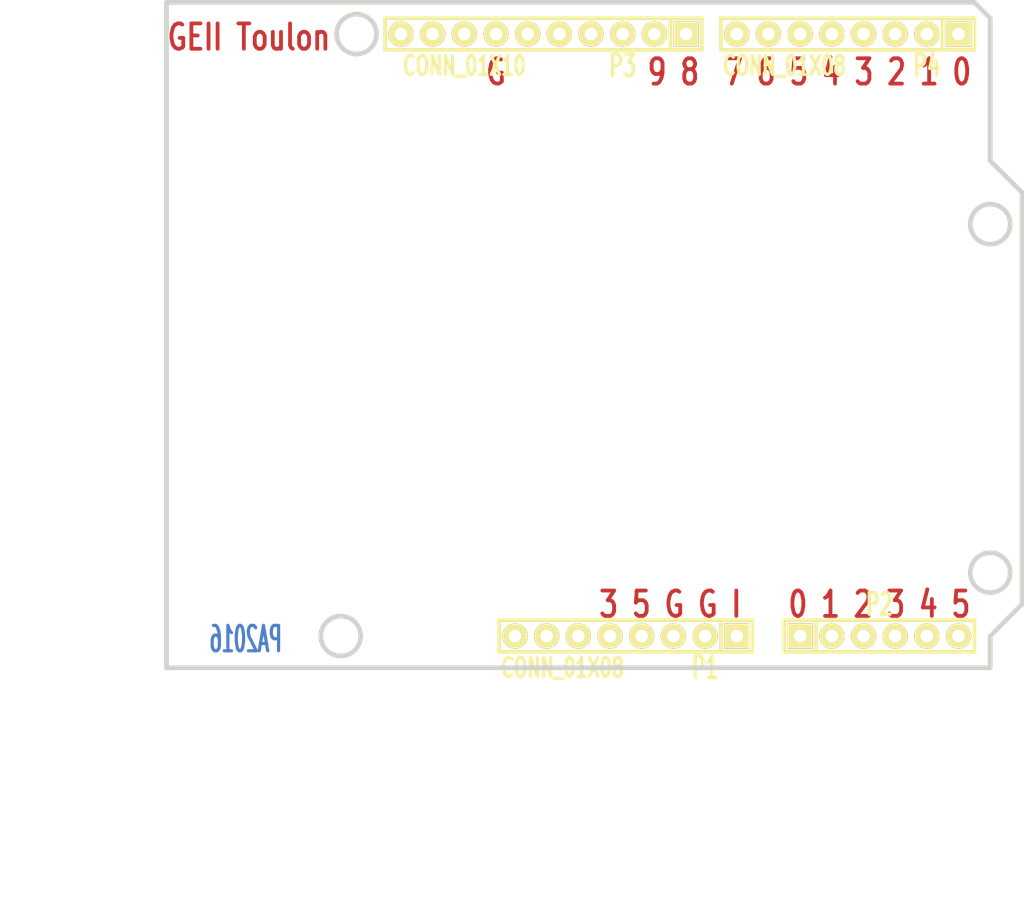
<source format=kicad_pcb>
(kicad_pcb (version 4) (host pcbnew 4.0.6)

  (general
    (links 4)
    (no_connects 4)
    (area 62.890399 53.149499 144.970501 125.2728)
    (thickness 1.6002)
    (drawings 24)
    (tracks 0)
    (zones 0)
    (modules 4)
    (nets 4)
  )

  (page A4)
  (title_block
    (date "9 sep 2015")
  )

  (layers
    (0 Dessus signal)
    (31 Dessous signal)
    (32 B.Adhes user)
    (33 F.Adhes user)
    (34 B.Paste user)
    (35 F.Paste user)
    (36 B.SilkS user)
    (37 F.SilkS user)
    (38 B.Mask user)
    (39 F.Mask user)
    (40 Dwgs.User user)
    (41 Cmts.User user)
    (42 Eco1.User user)
    (43 Eco2.User user)
    (44 Edge.Cuts user)
  )

  (setup
    (last_trace_width 0.8128)
    (trace_clearance 0.254)
    (zone_clearance 0.508)
    (zone_45_only no)
    (trace_min 0.2032)
    (segment_width 0.381)
    (edge_width 0.381)
    (via_size 2.159)
    (via_drill 0.635)
    (via_min_size 0.889)
    (via_min_drill 0.508)
    (uvia_size 0.508)
    (uvia_drill 0.127)
    (uvias_allowed no)
    (uvia_min_size 0.508)
    (uvia_min_drill 0.127)
    (pcb_text_width 0.3048)
    (pcb_text_size 1.524 2.032)
    (mod_edge_width 0.381)
    (mod_text_size 1.524 1.524)
    (mod_text_width 0.3048)
    (pad_size 2.032 2.032)
    (pad_drill 1.00076)
    (pad_to_mask_clearance 0.254)
    (aux_axis_origin 0 0)
    (visible_elements 7FFFFFFF)
    (pcbplotparams
      (layerselection 0x00030_ffffffff)
      (usegerberextensions true)
      (excludeedgelayer true)
      (linewidth 0.150000)
      (plotframeref false)
      (viasonmask false)
      (mode 1)
      (useauxorigin false)
      (hpglpennumber 1)
      (hpglpenspeed 20)
      (hpglpendiameter 15)
      (hpglpenoverlay 2)
      (psnegative false)
      (psa4output false)
      (plotreference true)
      (plotvalue true)
      (plotinvisibletext false)
      (padsonsilk false)
      (subtractmaskfromsilk false)
      (outputformat 1)
      (mirror false)
      (drillshape 1)
      (scaleselection 1)
      (outputdirectory ""))
  )

  (net 0 "")
  (net 1 /AD4/SDA)
  (net 2 /AD5/SCL)
  (net 3 GND)

  (net_class Default "Ceci est la Netclass par défaut"
    (clearance 0.254)
    (trace_width 0.8128)
    (via_dia 2.159)
    (via_drill 0.635)
    (uvia_dia 0.508)
    (uvia_drill 0.127)
    (add_net /AD4/SDA)
    (add_net /AD5/SCL)
    (add_net GND)
  )

  (module IUT-CONNECTIQUE:IUT-SIL-8 locked (layer Dessus) (tedit 200000) (tstamp 577918FB)
    (at 113.03 104.14 180)
    (descr "Connecteur 8 pins")
    (tags "CONN DEV")
    (path /5779158E)
    (fp_text reference P1 (at -6.35 -2.54 180) (layer F.SilkS)
      (effects (font (size 1.72974 1.08712) (thickness 0.3048)))
    )
    (fp_text value CONN_01X08 (at 5.08 -2.54 180) (layer F.SilkS)
      (effects (font (size 1.524 1.016) (thickness 0.3048)))
    )
    (fp_line (start -10.16 -1.27) (end 10.16 -1.27) (layer F.SilkS) (width 0.3048))
    (fp_line (start 10.16 -1.27) (end 10.16 1.27) (layer F.SilkS) (width 0.3048))
    (fp_line (start 10.16 1.27) (end -10.16 1.27) (layer F.SilkS) (width 0.3048))
    (fp_line (start -10.16 1.27) (end -10.16 -1.27) (layer F.SilkS) (width 0.3048))
    (fp_line (start -7.62 1.27) (end -7.62 -1.27) (layer F.SilkS) (width 0.3048))
    (pad 1 thru_hole rect (at -8.89 0 180) (size 2.032 2.032) (drill 1.00076) (layers *.Mask Dessous F.SilkS))
    (pad 2 thru_hole circle (at -6.35 0 180) (size 2.032 2.032) (drill 1.00076) (layers *.Mask Dessous F.SilkS)
      (net 3 GND))
    (pad 3 thru_hole circle (at -3.81 0 180) (size 2.032 2.032) (drill 1.00076) (layers *.Mask Dessous F.SilkS)
      (net 3 GND))
    (pad 4 thru_hole circle (at -1.27 0 180) (size 2.032 2.032) (drill 1.00076) (layers *.Mask Dessous F.SilkS))
    (pad 5 thru_hole circle (at 1.27 0 180) (size 2.032 2.032) (drill 1.00076) (layers *.Mask Dessous F.SilkS))
    (pad 6 thru_hole circle (at 3.81 0 180) (size 2.032 2.032) (drill 1.00076) (layers *.Mask Dessous F.SilkS))
    (pad 7 thru_hole circle (at 6.35 0 180) (size 2.032 2.032) (drill 1.00076) (layers *.Mask Dessous F.SilkS))
    (pad 8 thru_hole circle (at 8.89 0 180) (size 2.032 2.032) (drill 1.00076) (layers *.Mask Dessous F.SilkS))
  )

  (module IUT-CONNECTIQUE:IUT-SIL-6 locked (layer Dessus) (tedit 200000) (tstamp 57791905)
    (at 133.35 104.14)
    (descr "Connecteur 6 pins")
    (tags "CONN DEV")
    (path /57791919)
    (fp_text reference P2 (at 0 -2.54) (layer F.SilkS)
      (effects (font (size 1.72974 1.08712) (thickness 0.3048)))
    )
    (fp_text value CONN_01X06 (at 0 -2.54) (layer F.SilkS) hide
      (effects (font (size 1.524 1.016) (thickness 0.3048)))
    )
    (fp_line (start -7.62 1.27) (end -7.62 -1.27) (layer F.SilkS) (width 0.3048))
    (fp_line (start -7.62 -1.27) (end 7.62 -1.27) (layer F.SilkS) (width 0.3048))
    (fp_line (start 7.62 -1.27) (end 7.62 1.27) (layer F.SilkS) (width 0.3048))
    (fp_line (start 7.62 1.27) (end -7.62 1.27) (layer F.SilkS) (width 0.3048))
    (fp_line (start -5.08 1.27) (end -5.08 -1.27) (layer F.SilkS) (width 0.3048))
    (pad 1 thru_hole rect (at -6.35 0) (size 2.032 2.032) (drill 1.00076) (layers *.Mask Dessous F.SilkS))
    (pad 2 thru_hole circle (at -3.81 0) (size 2.032 2.032) (drill 1.00076) (layers *.Mask Dessous F.SilkS))
    (pad 3 thru_hole circle (at -1.27 0) (size 2.032 2.032) (drill 1.00076) (layers *.Mask Dessous F.SilkS))
    (pad 4 thru_hole circle (at 1.27 0) (size 2.032 2.032) (drill 1.00076) (layers *.Mask Dessous F.SilkS))
    (pad 5 thru_hole circle (at 3.81 0) (size 2.032 2.032) (drill 1.00076) (layers *.Mask Dessous F.SilkS)
      (net 1 /AD4/SDA))
    (pad 6 thru_hole circle (at 6.35 0) (size 2.032 2.032) (drill 1.00076) (layers *.Mask Dessous F.SilkS)
      (net 2 /AD5/SCL))
  )

  (module IUT-CONNECTIQUE:IUT-SIL-10 locked (layer Dessus) (tedit 5469D4F7) (tstamp 57791913)
    (at 106.426 55.88 180)
    (descr "Connecteur 10 pins")
    (tags "CONN DEV")
    (path /577917E8)
    (fp_text reference P3 (at -6.35 -2.54 180) (layer F.SilkS)
      (effects (font (size 1.72974 1.08712) (thickness 0.27178)))
    )
    (fp_text value CONN_01X10 (at 6.35 -2.54 180) (layer F.SilkS)
      (effects (font (size 1.524 1.016) (thickness 0.254)))
    )
    (fp_line (start -12.7 1.27) (end -12.7 -1.27) (layer F.SilkS) (width 0.3048))
    (fp_line (start -12.7 -1.27) (end 12.7 -1.27) (layer F.SilkS) (width 0.3048))
    (fp_line (start 12.7 -1.27) (end 12.7 1.27) (layer F.SilkS) (width 0.3048))
    (fp_line (start 12.7 1.27) (end -12.7 1.27) (layer F.SilkS) (width 0.3048))
    (fp_line (start -10.16 1.27) (end -10.16 -1.27) (layer F.SilkS) (width 0.3048))
    (pad 1 thru_hole rect (at -11.43 0 180) (size 2.032 2.032) (drill 1.00076) (layers *.Mask Dessous F.SilkS))
    (pad 2 thru_hole circle (at -8.89 0 180) (size 2.032 2.032) (drill 1.00076) (layers *.Mask Dessous F.SilkS))
    (pad 3 thru_hole circle (at -6.35 0 180) (size 2.032 2.032) (drill 1.00076) (layers *.Mask Dessous F.SilkS))
    (pad 4 thru_hole circle (at -3.81 0 180) (size 2.032 2.032) (drill 1.00076) (layers *.Mask Dessous F.SilkS))
    (pad 5 thru_hole circle (at -1.27 0 180) (size 2.032 2.032) (drill 1.00076) (layers *.Mask Dessous F.SilkS))
    (pad 6 thru_hole circle (at 1.27 0 180) (size 2.032 2.032) (drill 1.00076) (layers *.Mask Dessous F.SilkS))
    (pad 7 thru_hole circle (at 3.81 0 180) (size 2.032 2.032) (drill 1.00076) (layers *.Mask Dessous F.SilkS)
      (net 3 GND))
    (pad 8 thru_hole circle (at 6.35 0 180) (size 2.032 2.032) (drill 1.00076) (layers *.Mask Dessous F.SilkS))
    (pad 9 thru_hole circle (at 8.89 0 180) (size 2.032 2.032) (drill 1.00076) (layers *.Mask Dessous F.SilkS)
      (net 1 /AD4/SDA))
    (pad 10 thru_hole circle (at 11.43 0 180) (size 2.032 2.032) (drill 1.00076) (layers *.Mask Dessous F.SilkS)
      (net 2 /AD5/SCL))
  )

  (module IUT-CONNECTIQUE:IUT-SIL-8 locked (layer Dessus) (tedit 200000) (tstamp 5779191F)
    (at 130.81 55.88 180)
    (descr "Connecteur 8 pins")
    (tags "CONN DEV")
    (path /5779168F)
    (fp_text reference P4 (at -6.35 -2.54 180) (layer F.SilkS)
      (effects (font (size 1.72974 1.08712) (thickness 0.3048)))
    )
    (fp_text value CONN_01X08 (at 5.08 -2.54 180) (layer F.SilkS)
      (effects (font (size 1.524 1.016) (thickness 0.3048)))
    )
    (fp_line (start -10.16 -1.27) (end 10.16 -1.27) (layer F.SilkS) (width 0.3048))
    (fp_line (start 10.16 -1.27) (end 10.16 1.27) (layer F.SilkS) (width 0.3048))
    (fp_line (start 10.16 1.27) (end -10.16 1.27) (layer F.SilkS) (width 0.3048))
    (fp_line (start -10.16 1.27) (end -10.16 -1.27) (layer F.SilkS) (width 0.3048))
    (fp_line (start -7.62 1.27) (end -7.62 -1.27) (layer F.SilkS) (width 0.3048))
    (pad 1 thru_hole rect (at -8.89 0 180) (size 2.032 2.032) (drill 1.00076) (layers *.Mask Dessous F.SilkS))
    (pad 2 thru_hole circle (at -6.35 0 180) (size 2.032 2.032) (drill 1.00076) (layers *.Mask Dessous F.SilkS))
    (pad 3 thru_hole circle (at -3.81 0 180) (size 2.032 2.032) (drill 1.00076) (layers *.Mask Dessous F.SilkS))
    (pad 4 thru_hole circle (at -1.27 0 180) (size 2.032 2.032) (drill 1.00076) (layers *.Mask Dessous F.SilkS))
    (pad 5 thru_hole circle (at 1.27 0 180) (size 2.032 2.032) (drill 1.00076) (layers *.Mask Dessous F.SilkS))
    (pad 6 thru_hole circle (at 3.81 0 180) (size 2.032 2.032) (drill 1.00076) (layers *.Mask Dessous F.SilkS))
    (pad 7 thru_hole circle (at 6.35 0 180) (size 2.032 2.032) (drill 1.00076) (layers *.Mask Dessous F.SilkS))
    (pad 8 thru_hole circle (at 8.89 0 180) (size 2.032 2.032) (drill 1.00076) (layers *.Mask Dessous F.SilkS))
  )

  (gr_text "9 8" (at 116.84 58.928) (layer Dessus)
    (effects (font (size 2.032 1.524) (thickness 0.3048)))
  )
  (gr_text "Template pour shield arduino\nTrous non métalisés \nGEII Toulon" (at 109.22 120.142) (layer Cmts.User)
    (effects (font (size 2.032 1.524) (thickness 0.3048)))
  )
  (gr_text PA2016 (at 82.55 104.394) (layer Dessous)
    (effects (font (size 2.032 1.016) (thickness 0.254)) (justify mirror))
  )
  (gr_text "GEII Toulon" (at 82.804 56.134) (layer Dessus)
    (effects (font (size 2.032 1.524) (thickness 0.3048)))
  )
  (gr_text "0 1 2 3 4 5" (at 133.35 101.6) (layer Dessus)
    (effects (font (size 2.032 1.524) (thickness 0.3048)))
  )
  (gr_text "7 6 5 4 3 2 1 0" (at 130.81 58.928) (layer Dessus)
    (effects (font (size 2.032 1.524) (thickness 0.3048)))
  )
  (gr_text G (at 102.616 58.928) (layer Dessus)
    (effects (font (size 2.032 1.524) (thickness 0.3048)))
  )
  (gr_text "3 5 G G I" (at 116.586 101.6) (layer Dessus)
    (effects (font (size 2.032 1.524) (thickness 0.3048)))
  )
  (dimension 68.58 (width 0.3048) (layer Cmts.User)
    (gr_text "68,580 mm" (at 110.49 113.38306) (layer Cmts.User)
      (effects (font (size 2.032 1.524) (thickness 0.3048)))
    )
    (feature1 (pts (xy 144.78 96.52) (xy 144.78 115.00866)))
    (feature2 (pts (xy 76.2 96.52) (xy 76.2 115.00866)))
    (crossbar (pts (xy 76.2 111.75746) (xy 144.78 111.75746)))
    (arrow1a (pts (xy 144.78 111.75746) (xy 143.65478 112.34166)))
    (arrow1b (pts (xy 144.78 111.75746) (xy 143.65478 111.17326)))
    (arrow2a (pts (xy 76.2 111.75746) (xy 77.32522 112.34166)))
    (arrow2b (pts (xy 76.2 111.75746) (xy 77.32522 111.17326)))
  )
  (dimension 53.34 (width 0.3048) (layer Cmts.User)
    (gr_text "53,340 mm" (at 69.4944 80.01 90) (layer Cmts.User)
      (effects (font (size 2.032 1.524) (thickness 0.3048)))
    )
    (feature1 (pts (xy 76.2 53.34) (xy 67.8688 53.34)))
    (feature2 (pts (xy 76.2 106.68) (xy 67.8688 106.68)))
    (crossbar (pts (xy 71.12 106.68) (xy 71.12 53.34)))
    (arrow1a (pts (xy 71.12 53.34) (xy 71.7042 54.46522)))
    (arrow1b (pts (xy 71.12 53.34) (xy 70.5358 54.46522)))
    (arrow2a (pts (xy 71.12 106.68) (xy 71.7042 105.55478)))
    (arrow2b (pts (xy 71.12 106.68) (xy 70.5358 105.55478)))
  )
  (gr_circle (center 90.17 104.14) (end 91.7702 104.14) (layer Edge.Cuts) (width 0.381))
  (gr_circle (center 142.24 99.06) (end 143.8402 99.06) (layer Edge.Cuts) (width 0.381))
  (gr_circle (center 142.24 71.12) (end 143.8402 71.12) (layer Edge.Cuts) (width 0.381))
  (gr_circle (center 91.44 55.88) (end 93.0402 55.88) (layer Edge.Cuts) (width 0.381))
  (gr_line (start 142.24 54.61) (end 142.24 55.88) (angle 90) (layer Edge.Cuts) (width 0.381))
  (gr_line (start 140.97 53.34) (end 142.24 54.61) (angle 90) (layer Edge.Cuts) (width 0.381))
  (gr_line (start 76.2 53.34) (end 140.97 53.34) (angle 90) (layer Edge.Cuts) (width 0.381))
  (gr_line (start 142.24 66.04) (end 142.24 55.88) (angle 90) (layer Edge.Cuts) (width 0.381))
  (gr_line (start 144.78 68.58) (end 142.24 66.04) (angle 90) (layer Edge.Cuts) (width 0.381))
  (gr_line (start 144.78 101.6) (end 144.78 68.58) (angle 90) (layer Edge.Cuts) (width 0.381))
  (gr_line (start 142.24 104.14) (end 144.78 101.6) (angle 90) (layer Edge.Cuts) (width 0.381))
  (gr_line (start 142.24 106.68) (end 142.24 104.14) (angle 90) (layer Edge.Cuts) (width 0.381))
  (gr_line (start 76.2 106.68) (end 142.24 106.68) (angle 90) (layer Edge.Cuts) (width 0.381))
  (gr_line (start 76.2 53.34) (end 76.2 106.68) (angle 90) (layer Edge.Cuts) (width 0.381))

)

</source>
